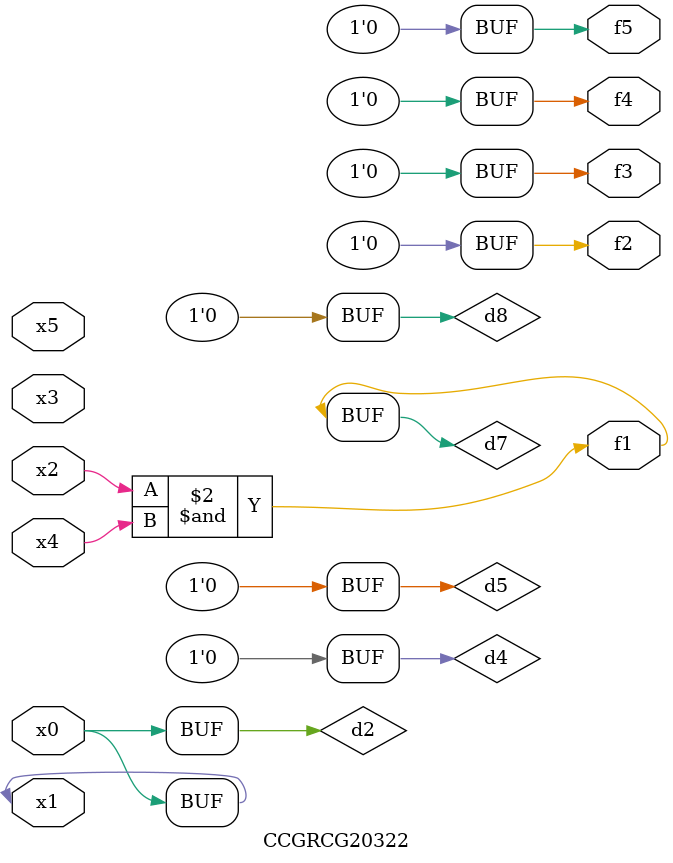
<source format=v>
module CCGRCG20322(
	input x0, x1, x2, x3, x4, x5,
	output f1, f2, f3, f4, f5
);

	wire d1, d2, d3, d4, d5, d6, d7, d8, d9;

	nand (d1, x1);
	buf (d2, x0, x1);
	nand (d3, x2, x4);
	and (d4, d1, d2);
	and (d5, d1, d2);
	nand (d6, d1, d3);
	not (d7, d3);
	xor (d8, d5);
	nor (d9, d5, d6);
	assign f1 = d7;
	assign f2 = d8;
	assign f3 = d8;
	assign f4 = d8;
	assign f5 = d8;
endmodule

</source>
